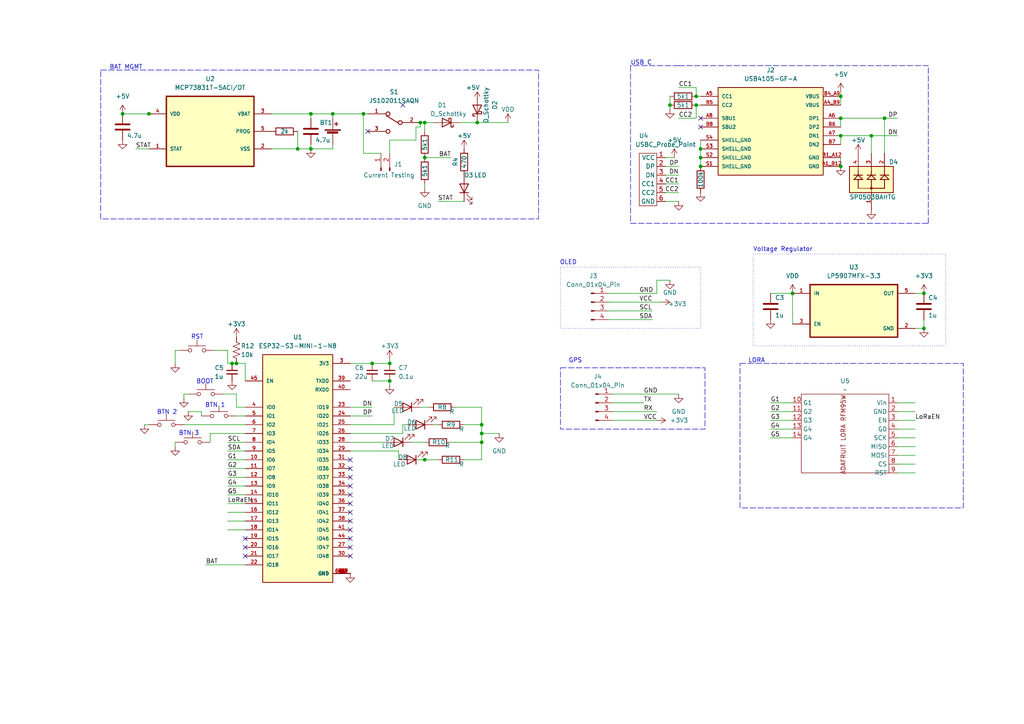
<source format=kicad_sch>
(kicad_sch (version 20231120) (generator "eeschema") (generator_version "8.0")
  (paper "A4")
  (lib_symbols
    (symbol "+3V3_1" (power) (pin_numbers hide) (pin_names (offset 0) hide)
      (property "Value" "+3V3" (at 0 3.556 0))
      (symbol "+3V3_1_1_1"
        (pin power_in line (at 0 0 90) (length 0) (name "~") (number "1"))
      )
    )
    (symbol "3V3Reg:LP5907MFX-3.3" (pin_names (offset 1.016))
      (property "Reference" "U" (at -12.7 8.62 0))
      (property "Value" "LP5907MFX-3.3" (at -7.62 -10.16 0))
      (symbol "LP5907MFX-3.3_0_0"
        (pin input line (at -17.78 5.08 0) (length 5.08) (name "IN") (number "1"))
        (pin power_in line (at 17.78 -5.08 180) (length 5.08) (name "GND") (number "2"))
        (pin input line (at -17.78 -3.81 0) (length 5.08) (name "EN") (number "3"))
        (pin output line (at 17.78 5.08 180) (length 5.08) (name "OUT") (number "5"))
      )
    )
    (symbol "Ada_LORA:Lora"
      (property "Reference" "U" (at 0 0 0))
      (symbol "Lora_1_1"
        (text "ADAFRUIT LORA RFM95W" (at 12.192 -11.684 900) (effects (font (size 1.27 1.27))))
        (pin input line (at 27.94 -2.54 180) (length 2.54) (name "Vin") (number "1"))
        (pin input line (at -2.54 -2.54 0) (length 2.54) (name "G1") (number "10"))
        (pin input line (at -2.54 -5.08 0) (length 2.54) (name "G2") (number "11"))
        (pin input line (at -2.54 -7.62 0) (length 2.54) (name "G3") (number "12"))
        (pin input line (at -2.54 -10.16 0) (length 2.54) (name "G4") (number "13"))
        (pin input line (at -2.54 -12.7 0) (length 2.54) (name "G4") (number "14"))
        (pin input line (at 27.94 -5.08 180) (length 2.54) (name "GND") (number "2"))
        (pin input line (at 27.94 -7.62 180) (length 2.54) (name "EN") (number "3"))
        (pin input line (at 27.94 -10.16 180) (length 2.54) (name "G0") (number "4"))
        (pin input line (at 27.94 -12.7 180) (length 2.54) (name "SCK") (number "5"))
        (pin input line (at 27.94 -15.24 180) (length 2.54) (name "MISO") (number "6"))
        (pin input line (at 27.94 -17.78 180) (length 2.54) (name "MOSI") (number "7"))
        (pin input line (at 27.94 -20.32 180) (length 2.54) (name "CS") (number "8"))
        (pin input line (at 27.94 -22.86 180) (length 2.54) (name "RST") (number "9"))
      )
    )
    (symbol "Connector:Conn_01x02_Male" (pin_names (offset 1.016) hide)
      (property "Reference" "J" (at 0 2.54 0))
      (property "Value" "Conn_01x02_Male" (at 0 -5.08 0))
      (symbol "Conn_01x02_Male_1_1"
        (pin passive line (at 5.08 0 180) (length 3.81) (name "Pin_1") (number "1"))
        (pin passive line (at 5.08 -2.54 180) (length 3.81) (name "Pin_2") (number "2"))
      )
    )
    (symbol "Connector:Conn_01x04_Pin" (pin_names (offset 1.016) hide)
      (property "Reference" "J" (at 0 5.08 0))
      (property "Value" "Conn_01x04_Pin" (at 0 -7.62 0))
      (symbol "Conn_01x04_Pin_1_1"
        (pin passive line (at 5.08 2.54 180) (length 3.81) (name "Pin_1") (number "1"))
        (pin passive line (at 5.08 0 180) (length 3.81) (name "Pin_2") (number "2"))
        (pin passive line (at 5.08 -2.54 180) (length 3.81) (name "Pin_3") (number "3"))
        (pin passive line (at 5.08 -5.08 180) (length 3.81) (name "Pin_4") (number "4"))
      )
    )
    (symbol "Custom Symbols:ESP32-S3-MINI-1-N8" (pin_names (offset 1.016))
      (property "Reference" "U" (at -10.16 34.29 0))
      (property "Value" "ESP32-S3-MINI-1-N8" (at -10.16 -35.56 0))
      (symbol "ESP32-S3-MINI-1-N8_0_0"
        (pin power_in line (at 15.24 -30.48 180) (length 5.08) (name "GND") (number "1"))
        (pin bidirectional line (at -15.24 2.54 0) (length 5.08) (name "IO6") (number "10"))
        (pin bidirectional line (at -15.24 0 0) (length 5.08) (name "IO7") (number "11"))
        (pin bidirectional line (at -15.24 -2.54 0) (length 5.08) (name "IO8") (number "12"))
        (pin bidirectional line (at -15.24 -5.08 0) (length 5.08) (name "IO9") (number "13"))
        (pin bidirectional line (at -15.24 -7.62 0) (length 5.08) (name "IO10") (number "14"))
        (pin bidirectional line (at -15.24 -10.16 0) (length 5.08) (name "IO11") (number "15"))
        (pin bidirectional line (at -15.24 -12.7 0) (length 5.08) (name "IO12") (number "16"))
        (pin bidirectional line (at -15.24 -15.24 0) (length 5.08) (name "IO13") (number "17"))
        (pin bidirectional line (at -15.24 -17.78 0) (length 5.08) (name "IO14") (number "18"))
        (pin bidirectional line (at -15.24 -20.32 0) (length 5.08) (name "IO15") (number "19"))
        (pin power_in line (at 15.24 -30.48 180) (length 5.08) (name "GND") (number "2"))
        (pin bidirectional line (at -15.24 -22.86 0) (length 5.08) (name "IO16") (number "20"))
        (pin bidirectional line (at -15.24 -25.4 0) (length 5.08) (name "IO17") (number "21"))
        (pin bidirectional line (at -15.24 -27.94 0) (length 5.08) (name "IO18") (number "22"))
        (pin bidirectional line (at 15.24 17.78 180) (length 5.08) (name "IO19") (number "23"))
        (pin bidirectional line (at 15.24 15.24 180) (length 5.08) (name "IO20") (number "24"))
        (pin bidirectional line (at 15.24 12.7 180) (length 5.08) (name "IO21") (number "25"))
        (pin bidirectional line (at 15.24 10.16 180) (length 5.08) (name "IO26") (number "26"))
        (pin bidirectional line (at 15.24 -22.86 180) (length 5.08) (name "IO47") (number "27"))
        (pin bidirectional line (at 15.24 7.62 180) (length 5.08) (name "IO33") (number "28"))
        (pin bidirectional line (at 15.24 5.08 180) (length 5.08) (name "IO34") (number "29"))
        (pin power_in line (at 15.24 30.48 180) (length 5.08) (name "3V3") (number "3"))
        (pin bidirectional line (at 15.24 -25.4 180) (length 5.08) (name "IO48") (number "30"))
        (pin bidirectional line (at 15.24 2.54 180) (length 5.08) (name "IO35") (number "31"))
        (pin bidirectional line (at 15.24 0 180) (length 5.08) (name "IO36") (number "32"))
        (pin bidirectional line (at 15.24 -2.54 180) (length 5.08) (name "IO37") (number "33"))
        (pin bidirectional line (at 15.24 -5.08 180) (length 5.08) (name "IO38") (number "34"))
        (pin bidirectional line (at 15.24 -7.62 180) (length 5.08) (name "IO39") (number "35"))
        (pin bidirectional line (at 15.24 -10.16 180) (length 5.08) (name "IO40") (number "36"))
        (pin bidirectional line (at 15.24 -12.7 180) (length 5.08) (name "IO41") (number "37"))
        (pin bidirectional line (at 15.24 -15.24 180) (length 5.08) (name "IO42") (number "38"))
        (pin bidirectional line (at 15.24 25.4 180) (length 5.08) (name "TXD0") (number "39"))
        (pin bidirectional line (at -15.24 17.78 0) (length 5.08) (name "IO0") (number "4"))
        (pin bidirectional line (at 15.24 22.86 180) (length 5.08) (name "RXD0") (number "40"))
        (pin bidirectional line (at 15.24 -17.78 180) (length 5.08) (name "IO45") (number "41"))
        (pin power_in line (at 15.24 -30.48 180) (length 5.08) (name "GND") (number "42"))
        (pin power_in line (at 15.24 -30.48 180) (length 5.08) (name "GND") (number "43"))
        (pin bidirectional line (at 15.24 -20.32 180) (length 5.08) (name "IO46") (number "44"))
        (pin input line (at -15.24 25.4 0) (length 5.08) (name "EN") (number "45"))
        (pin power_in line (at 15.24 -30.48 180) (length 5.08) (name "GND") (number "46"))
        (pin power_in line (at 15.24 -30.48 180) (length 5.08) (name "GND") (number "47"))
        (pin power_in line (at 15.24 -30.48 180) (length 5.08) (name "GND") (number "48"))
        (pin power_in line (at 15.24 -30.48 180) (length 5.08) (name "GND") (number "49"))
        (pin bidirectional line (at -15.24 15.24 0) (length 5.08) (name "IO1") (number "5"))
        (pin power_in line (at 15.24 -30.48 180) (length 5.08) (name "GND") (number "50"))
        (pin power_in line (at 15.24 -30.48 180) (length 5.08) (name "GND") (number "51"))
        (pin power_in line (at 15.24 -30.48 180) (length 5.08) (name "GND") (number "52"))
        (pin power_in line (at 15.24 -30.48 180) (length 5.08) (name "GND") (number "53"))
        (pin power_in line (at 15.24 -30.48 180) (length 5.08) (name "GND") (number "54"))
        (pin power_in line (at 15.24 -30.48 180) (length 5.08) (name "GND") (number "55"))
        (pin power_in line (at 15.24 -30.48 180) (length 5.08) (name "GND") (number "56"))
        (pin power_in line (at 15.24 -30.48 180) (length 5.08) (name "GND") (number "57"))
        (pin power_in line (at 15.24 -30.48 180) (length 5.08) (name "GND") (number "58"))
        (pin power_in line (at 15.24 -30.48 180) (length 5.08) (name "GND") (number "59"))
        (pin bidirectional line (at -15.24 12.7 0) (length 5.08) (name "IO2") (number "6"))
        (pin power_in line (at 15.24 -30.48 180) (length 5.08) (name "GND") (number "60"))
        (pin power_in line (at 15.24 -30.48 180) (length 5.08) (name "GND") (number "61"))
        (pin power_in line (at 15.24 -30.48 180) (length 5.08) (name "GND") (number "61_1"))
        (pin power_in line (at 15.24 -30.48 180) (length 5.08) (name "GND") (number "61_2"))
        (pin power_in line (at 15.24 -30.48 180) (length 5.08) (name "GND") (number "61_3"))
        (pin power_in line (at 15.24 -30.48 180) (length 5.08) (name "GND") (number "61_4"))
        (pin power_in line (at 15.24 -30.48 180) (length 5.08) (name "GND") (number "61_5"))
        (pin power_in line (at 15.24 -30.48 180) (length 5.08) (name "GND") (number "61_6"))
        (pin power_in line (at 15.24 -30.48 180) (length 5.08) (name "GND") (number "61_7"))
        (pin power_in line (at 15.24 -30.48 180) (length 5.08) (name "GND") (number "61_8"))
        (pin power_in line (at 15.24 -30.48 180) (length 5.08) (name "GND") (number "62"))
        (pin power_in line (at 15.24 -30.48 180) (length 5.08) (name "GND") (number "63"))
        (pin power_in line (at 15.24 -30.48 180) (length 5.08) (name "GND") (number "64"))
        (pin power_in line (at 15.24 -30.48 180) (length 5.08) (name "GND") (number "65"))
        (pin bidirectional line (at -15.24 10.16 0) (length 5.08) (name "IO3") (number "7"))
        (pin bidirectional line (at -15.24 7.62 0) (length 5.08) (name "IO4") (number "8"))
        (pin bidirectional line (at -15.24 5.08 0) (length 5.08) (name "IO5") (number "9"))
      )
    )
    (symbol "Device:Battery_Cell" (pin_numbers hide) (pin_names (offset 0) hide)
      (property "Reference" "BT" (at 2.54 2.54 0))
      (property "Value" "Battery_Cell" (at 2.54 0 0))
      (symbol "Battery_Cell_1_1"
        (pin passive line (at 0 5.08 270) (length 2.54) (name "+") (number "1"))
        (pin passive line (at 0 -2.54 90) (length 2.54) (name "-") (number "2"))
      )
    )
    (symbol "Device:C" (pin_numbers hide) (pin_names (offset 0.254))
      (property "Reference" "C" (at 0.635 2.54 0))
      (property "Value" "C" (at 0.635 -2.54 0))
      (symbol "C_1_1"
        (pin passive line (at 0 3.81 270) (length 2.794) (name "~") (number "1"))
        (pin passive line (at 0 -3.81 90) (length 2.794) (name "~") (number "2"))
      )
    )
    (symbol "Device:C_Small" (pin_numbers hide) (pin_names (offset 0.254) hide)
      (property "Reference" "C" (at 0.254 1.778 0))
      (property "Value" "C_Small" (at 0.254 -2.032 0))
      (symbol "C_Small_1_1"
        (pin passive line (at 0 2.54 270) (length 2.032) (name "~") (number "1"))
        (pin passive line (at 0 -2.54 90) (length 2.032) (name "~") (number "2"))
      )
    )
    (symbol "Device:D_Schottky" (pin_numbers hide) (pin_names (offset 1.016) hide)
      (property "Reference" "D" (at 0 2.54 0))
      (property "Value" "D_Schottky" (at 0 -2.54 0))
      (symbol "D_Schottky_1_1"
        (pin passive line (at -3.81 0 0) (length 2.54) (name "K") (number "1"))
        (pin passive line (at 3.81 0 180) (length 2.54) (name "A") (number "2"))
      )
    )
    (symbol "Device:LED" (pin_numbers hide) (pin_names (offset 1.016) hide)
      (property "Reference" "D5" (at 3.81 0 90))
      (property "Value" "LED" (at 3.81 -2.8574 90))
      (symbol "LED_1_1"
        (pin passive line (at -3.81 0 0) (length 2.54) (name "K") (number "1"))
        (pin passive line (at 3.81 0 180) (length 2.54) (name "A") (number "2"))
      )
    )
    (symbol "Device:R" (pin_numbers hide) (pin_names (offset 0))
      (property "Reference" "R" (at 2.032 0 90))
      (property "Value" "R" (at 0 0 90))
      (symbol "R_1_1"
        (pin passive line (at 0 3.81 270) (length 1.27) (name "~") (number "1"))
        (pin passive line (at 0 -3.81 90) (length 1.27) (name "~") (number "2"))
      )
    )
    (symbol "Device:R_US" (pin_numbers hide) (pin_names (offset 0))
      (property "Reference" "R" (at 2.54 0 90))
      (property "Value" "R" (at -2.54 0 90))
      (symbol "R_US_1_1"
        (pin passive line (at 0 3.81 270) (length 1.27) (name "~") (number "1"))
        (pin passive line (at 0 -3.81 90) (length 1.27) (name "~") (number "2"))
      )
    )
    (symbol "ESD Prot:SP0503BAHTG" (pin_names (offset 1.016))
      (property "Reference" "D" (at -5.4057 5.6059 0))
      (property "Value" "SP0503BAHTG" (at -3.81 -11.43 0))
      (symbol "SP0503BAHTG_0_0"
        (pin passive line (at -6.35 -2.54 0) (length 5.08) (name "~") (number "1"))
        (pin passive line (at 10.16 -6.35 180) (length 5.08) (name "~") (number "2"))
        (pin passive line (at 10.16 -2.54 180) (length 5.08) (name "~") (number "3"))
        (pin passive line (at 10.16 1.27 180) (length 5.08) (name "~") (number "4"))
      )
    )
    (symbol "GND_1" (power) (pin_numbers hide) (pin_names (offset 0) hide)
      (property "Value" "GND" (at 0 -3.81 0))
      (symbol "GND_1_1_1"
        (pin power_in line (at 0 0 270) (length 0) (name "~") (number "1"))
      )
    )
    (symbol "GND_2" (power) (pin_numbers hide) (pin_names (offset 0) hide)
      (property "Value" "GND" (at 0 -3.81 0))
      (symbol "GND_2_1_1"
        (pin power_in line (at 0 0 270) (length 0) (name "~") (number "1"))
      )
    )
    (symbol "GND_3" (power) (pin_numbers hide) (pin_names (offset 0) hide)
      (property "Value" "GND" (at 0 -3.81 0))
      (symbol "GND_3_1_1"
        (pin power_in line (at 0 0 270) (length 0) (name "~") (number "1"))
      )
    )
    (symbol "LED_1" (pin_numbers hide) (pin_names (offset 1.016) hide)
      (property "Reference" "D" (at 0 2.54 0))
      (property "Value" "LED" (at 0 -2.54 0))
      (symbol "LED_1_1_1"
        (pin passive line (at -3.81 0 0) (length 2.54) (name "K") (number "1"))
        (pin passive line (at 3.81 0 180) (length 2.54) (name "A") (number "2"))
      )
    )
    (symbol "New_Library:USBC_Probe_Point"
      (property "Reference" "U" (at 0 0 0))
      (property "Value" "USBC_Probe_Point" (at 0 2.54 0))
      (symbol "USBC_Probe_Point_1_1"
        (pin input line (at 7.62 -1.27 180) (length 2.54) (name "VCC") (number "1"))
        (pin input line (at 7.62 -3.81 180) (length 2.54) (name "DP") (number "2"))
        (pin input line (at 7.62 -6.35 180) (length 2.54) (name "DN") (number "3"))
        (pin input line (at 7.62 -8.89 180) (length 2.54) (name "CC1") (number "4"))
        (pin input line (at 7.62 -11.43 180) (length 2.54) (name "CC2") (number "5"))
        (pin input line (at 7.62 -13.97 180) (length 2.54) (name "GND") (number "6"))
      )
    )
    (symbol "Switch:SW_Push" (pin_numbers hide) (pin_names (offset 1.016) hide)
      (property "Reference" "SW" (at 1.27 2.54 0))
      (property "Value" "SW_Push" (at 0 -1.524 0))
      (symbol "SW_Push_0_1"
        (pin passive line (at -5.08 0 0) (length 2.54) (name "1") (number "1"))
        (pin passive line (at 5.08 0 180) (length 2.54) (name "2") (number "2"))
      )
    )
    (symbol "USB C:USB4105-GF-A" (pin_names (offset 1.016))
      (property "Reference" "J" (at -15.24 13.97 0))
      (property "Value" "USB4105-GF-A" (at -15.24 -15.24 0))
      (symbol "USB4105-GF-A_0_0"
        (pin power_in line (at 20.32 -10.16 180) (length 5.08) (name "GND") (number "A1_B12"))
        (pin power_in line (at 20.32 7.62 180) (length 5.08) (name "VBUS") (number "A4_B9"))
        (pin bidirectional line (at -20.32 10.16 0) (length 5.08) (name "CC1") (number "A5"))
        (pin bidirectional line (at 20.32 3.81 180) (length 5.08) (name "DP1") (number "A6"))
        (pin bidirectional line (at 20.32 -1.27 180) (length 5.08) (name "DN1") (number "A7"))
        (pin bidirectional line (at -20.32 3.81 0) (length 5.08) (name "SBU1") (number "A8"))
        (pin power_in line (at 20.32 -7.62 180) (length 5.08) (name "GND") (number "B1_A12"))
        (pin power_in line (at 20.32 10.16 180) (length 5.08) (name "VBUS") (number "B4_A9"))
        (pin bidirectional line (at -20.32 7.62 0) (length 5.08) (name "CC2") (number "B5"))
        (pin bidirectional line (at 20.32 1.27 180) (length 5.08) (name "DP2") (number "B6"))
        (pin bidirectional line (at 20.32 -3.81 180) (length 5.08) (name "DN2") (number "B7"))
        (pin bidirectional line (at -20.32 1.27 0) (length 5.08) (name "SBU2") (number "B8"))
        (pin power_in line (at -20.32 -10.16 0) (length 5.08) (name "SHELL_GND") (number "S1"))
        (pin power_in line (at -20.32 -7.62 0) (length 5.08) (name "SHELL_GND") (number "S2"))
        (pin power_in line (at -20.32 -5.08 0) (length 5.08) (name "SHELL_GND") (number "S3"))
        (pin power_in line (at -20.32 -2.54 0) (length 5.08) (name "SHELL_GND") (number "S4"))
      )
    )
    (symbol "mcp738:MCP73831T-5ACI/OT" (pin_names (offset 1.016))
      (property "Reference" "U" (at -4.1224 10.077 0))
      (property "Value" "MCP73831T-5ACI{slash}OT" (at -8.89 -15.24 0))
      (symbol "MCP73831T-5ACI/OT_0_0"
        (pin output line (at -17.78 -7.62 0) (length 5.08) (name "STAT") (number "1"))
        (pin power_in line (at 17.78 -7.62 180) (length 5.08) (name "VSS") (number "2"))
        (pin output line (at 17.78 2.54 180) (length 5.08) (name "VBAT") (number "3"))
        (pin power_in line (at -17.78 2.54 0) (length 5.08) (name "VDD") (number "4"))
        (pin input line (at 17.78 -2.54 180) (length 5.08) (name "PROG") (number "5"))
      )
    )
    (symbol "power:+3V3" (power) (pin_names (offset 0))
      (property "Value" "+3V3" (at 0 3.556 0))
      (symbol "+3V3_1_1"
        (pin power_in line (at 0 0 90) (length 0) hide (name "+3V3") (number "1"))
      )
    )
    (symbol "power:+5V" (power) (pin_names (offset 0))
      (property "Value" "+5V" (at 0 3.556 0))
      (symbol "+5V_1_1"
        (pin power_in line (at 0 0 90) (length 0) hide (name "+5V") (number "1"))
      )
    )
    (symbol "power:GND" (power) (pin_names (offset 0))
      (property "Value" "GND" (at 0 -3.81 0))
      (symbol "GND_1_1"
        (pin power_in line (at 0 0 270) (length 0) hide (name "GND") (number "1"))
      )
    )
    (symbol "power:VDD" (power) (pin_names (offset 0))
      (property "Value" "VDD" (at 0 3.81 0))
      (symbol "VDD_1_1"
        (pin power_in line (at 0 0 90) (length 0) hide (name "VDD") (number "1"))
      )
    )
    (symbol "slide switch v3:JS102011SAQN" (pin_names (offset 1.016))
      (property "Reference" "S" (at -7.6229 5.0819 0))
      (property "Value" "JS102011SAQN" (at -7.6286 -5.0857 0))
      (symbol "JS102011SAQN_0_0"
        (pin passive line (at -7.62 2.54 0) (length 5.08) (name "~") (number "1"))
        (pin passive line (at 7.62 0 180) (length 5.08) (name "~") (number "2"))
        (pin passive line (at -7.62 -2.54 0) (length 5.08) (name "~") (number "3"))
      )
    )
  )
  (junction (at 243.84 27.94))
  (junction (at 139.7 125.73))
  (junction (at 96.52 33.02))
  (junction (at 201.93 30.48))
  (junction (at 113.03 105.41))
  (junction (at 256.54 34.29))
  (junction (at 90.17 33.02))
  (junction (at 267.97 85.09))
  (junction (at 113.03 110.49))
  (junction (at 35.56 33.02))
  (junction (at 267.97 95.25))
  (junction (at 86.36 43.18))
  (junction (at 243.84 34.29))
  (junction (at 138.43 35.56))
  (junction (at 243.84 48.26))
  (junction (at 107.95 105.41))
  (junction (at 123.19 45.72))
  (junction (at 68.58 105.41))
  (junction (at 203.2 48.26))
  (junction (at 243.84 39.37))
  (junction (at 139.7 123.19))
  (junction (at 139.7 128.27))
  (junction (at 229.87 85.09))
  (junction (at 105.41 33.02))
  (junction (at 201.93 27.94))
  (junction (at 90.17 43.18))
  (junction (at 203.2 43.18))
  (junction (at 121.92 35.56))
  (junction (at 123.19 35.56))
  (junction (at 43.18 33.02))
  (junction (at 252.73 39.37))
  (junction (at 67.31 105.41))
  (junction (at 123.19 133.35))
  (junction (at 194.31 30.48))
  (junction (at 203.2 45.72))
  (no_connect (at 101.6 148.59))
  (no_connect (at 101.6 161.29))
  (no_connect (at 101.6 146.05))
  (no_connect (at 71.12 161.29))
  (no_connect (at 203.2 36.83))
  (no_connect (at 101.6 158.75))
  (no_connect (at 101.6 133.35))
  (no_connect (at 101.6 140.97))
  (no_connect (at 101.6 135.89))
  (no_connect (at 71.12 158.75))
  (no_connect (at 101.6 156.21))
  (no_connect (at 101.6 153.67))
  (no_connect (at 116.84 30.48))
  (no_connect (at 101.6 138.43))
  (no_connect (at 101.6 151.13))
  (no_connect (at 71.12 156.21))
  (no_connect (at 106.68 38.1))
  (no_connect (at 101.6 143.51))
  (no_connect (at 203.2 34.29))
  (wire (pts (xy 66.04 101.6) (xy 66.04 105.41)))
  (wire (pts (xy 123.19 38.1) (xy 123.19 35.56)))
  (wire (pts (xy 105.41 33.02) (xy 105.41 44.45)))
  (wire (pts (xy 176.53 92.71) (xy 189.23 92.71)))
  (wire (pts (xy 252.73 39.37) (xy 252.73 44.45)))
  (wire (pts (xy 193.04 55.88) (xy 196.85 55.88)))
  (wire (pts (xy 114.3 118.11) (xy 114.3 123.19)))
  (wire (pts (xy 265.43 85.09) (xy 267.97 85.09)))
  (wire (pts (xy 113.03 104.14) (xy 113.03 105.41)))
  (wire (pts (xy 132.08 118.11) (xy 139.7 118.11)))
  (wire (pts (xy 176.53 90.17) (xy 189.23 90.17)))
  (polyline (pts (xy 196.85 19.05) (xy 182.88 19.05)) (stroke (width 0) (type dash)))
  (wire (pts (xy 203.2 40.64) (xy 203.2 43.18)))
  (wire (pts (xy 78.74 43.18) (xy 86.36 43.18)))
  (wire (pts (xy 193.04 45.72) (xy 195.58 45.72)))
  (wire (pts (xy 50.8 128.27) (xy 50.8 129.54)))
  (wire (pts (xy 107.95 105.41) (xy 113.03 105.41)))
  (wire (pts (xy 90.17 43.18) (xy 90.17 41.91)))
  (wire (pts (xy 256.54 34.29) (xy 260.35 34.29)))
  (wire (pts (xy 223.52 116.84) (xy 229.87 116.84)))
  (wire (pts (xy 190.5 81.28) (xy 194.31 81.28)))
  (wire (pts (xy 116.84 123.19) (xy 118.11 123.19)))
  (wire (pts (xy 133.35 35.56) (xy 138.43 35.56)))
  (wire (pts (xy 113.03 111.76) (xy 113.03 110.49)))
  (wire (pts (xy 130.81 128.27) (xy 139.7 128.27)))
  (wire (pts (xy 243.84 39.37) (xy 252.73 39.37)))
  (wire (pts (xy 96.52 33.02) (xy 105.41 33.02)))
  (wire (pts (xy 86.36 43.18) (xy 90.17 43.18)))
  (wire (pts (xy 120.65 40.64) (xy 120.65 36.83)))
  (wire (pts (xy 260.35 116.84) (xy 265.43 116.84)))
  (wire (pts (xy 196.85 25.4) (xy 201.93 25.4)))
  (wire (pts (xy 110.49 44.45) (xy 105.41 44.45)))
  (wire (pts (xy 267.97 95.25) (xy 267.97 92.71)))
  (wire (pts (xy 260.35 134.62) (xy 265.43 134.62)))
  (wire (pts (xy 66.04 138.43) (xy 71.12 138.43)))
  (wire (pts (xy 35.56 33.02) (xy 43.18 33.02)))
  (wire (pts (xy 243.84 27.94) (xy 243.84 30.48)))
  (polyline (pts (xy 269.24 64.77) (xy 269.24 19.05)) (stroke (width 0) (type dash)))
  (wire (pts (xy 176.53 87.63) (xy 191.77 87.63)))
  (wire (pts (xy 39.37 43.18) (xy 43.18 43.18)))
  (wire (pts (xy 50.8 101.6) (xy 50.8 105.41)))
  (wire (pts (xy 50.8 101.6) (xy 52.07 101.6)))
  (wire (pts (xy 125.73 123.19) (xy 127 123.19)))
  (wire (pts (xy 66.04 153.67) (xy 71.12 153.67)))
  (wire (pts (xy 223.52 121.92) (xy 229.87 121.92)))
  (wire (pts (xy 193.04 53.34) (xy 196.85 53.34)))
  (wire (pts (xy 66.04 128.27) (xy 71.12 128.27)))
  (wire (pts (xy 256.54 34.29) (xy 256.54 44.45)))
  (wire (pts (xy 201.93 27.94) (xy 203.2 27.94)))
  (wire (pts (xy 68.58 105.41) (xy 71.12 105.41)))
  (wire (pts (xy 96.52 33.02) (xy 96.52 34.29)))
  (wire (pts (xy 260.35 119.38) (xy 265.43 119.38)))
  (wire (pts (xy 201.93 30.48) (xy 203.2 30.48)))
  (wire (pts (xy 252.73 39.37) (xy 260.35 39.37)))
  (wire (pts (xy 260.35 137.16) (xy 265.43 137.16)))
  (wire (pts (xy 60.96 125.73) (xy 71.12 125.73)))
  (wire (pts (xy 260.35 124.46) (xy 265.43 124.46)))
  (wire (pts (xy 115.57 133.35) (xy 115.57 130.81)))
  (wire (pts (xy 53.34 123.19) (xy 71.12 123.19)))
  (wire (pts (xy 101.6 105.41) (xy 107.95 105.41)))
  (wire (pts (xy 177.8 119.38) (xy 190.5 119.38)))
  (wire (pts (xy 243.84 39.37) (xy 243.84 41.91)))
  (wire (pts (xy 139.7 125.73) (xy 144.78 125.73)))
  (wire (pts (xy 201.93 25.4) (xy 201.93 27.94)))
  (wire (pts (xy 139.7 125.73) (xy 139.7 128.27)))
  (wire (pts (xy 101.6 128.27) (xy 111.76 128.27)))
  (wire (pts (xy 177.8 114.3) (xy 196.85 114.3)))
  (wire (pts (xy 116.84 125.73) (xy 101.6 125.73)))
  (wire (pts (xy 58.42 120.65) (xy 58.42 119.38)))
  (wire (pts (xy 223.52 85.09) (xy 229.87 85.09)))
  (wire (pts (xy 68.58 114.3) (xy 68.58 118.11)))
  (wire (pts (xy 113.03 44.45) (xy 113.03 40.64)))
  (wire (pts (xy 194.31 27.94) (xy 194.31 30.48)))
  (wire (pts (xy 138.43 35.56) (xy 147.32 35.56)))
  (wire (pts (xy 190.5 81.28) (xy 190.5 85.09)))
  (wire (pts (xy 62.23 101.6) (xy 66.04 101.6)))
  (wire (pts (xy 121.92 118.11) (xy 124.46 118.11)))
  (wire (pts (xy 139.7 128.27) (xy 139.7 133.35)))
  (wire (pts (xy 125.73 35.56) (xy 123.19 35.56)))
  (wire (pts (xy 177.8 121.92) (xy 190.5 121.92)))
  (wire (pts (xy 101.6 118.11) (xy 107.95 118.11)))
  (wire (pts (xy 193.04 58.42) (xy 196.85 58.42)))
  (wire (pts (xy 101.6 120.65) (xy 107.95 120.65)))
  (wire (pts (xy 53.34 115.57) (xy 53.34 114.3)))
  (wire (pts (xy 119.38 128.27) (xy 123.19 128.27)))
  (wire (pts (xy 260.35 127) (xy 265.43 127)))
  (wire (pts (xy 134.62 133.35) (xy 139.7 133.35)))
  (wire (pts (xy 265.43 95.25) (xy 267.97 95.25)))
  (wire (pts (xy 66.04 143.51) (xy 71.12 143.51)))
  (wire (pts (xy 58.42 119.38) (xy 54.61 119.38)))
  (wire (pts (xy 177.8 116.84) (xy 186.69 116.84)))
  (polyline (pts (xy 182.88 64.77) (xy 269.24 64.77)) (stroke (width 0) (type dash)))
  (wire (pts (xy 203.2 43.18) (xy 203.2 45.72)))
  (wire (pts (xy 64.77 114.3) (xy 68.58 114.3)))
  (wire (pts (xy 123.19 45.72) (xy 130.81 45.72)))
  (wire (pts (xy 260.35 132.08) (xy 265.43 132.08)))
  (wire (pts (xy 67.31 105.41) (xy 68.58 105.41)))
  (wire (pts (xy 139.7 118.11) (xy 139.7 123.19)))
  (wire (pts (xy 86.36 38.1) (xy 86.36 43.18)))
  (wire (pts (xy 123.19 53.34) (xy 123.19 54.61)))
  (wire (pts (xy 116.84 123.19) (xy 116.84 125.73)))
  (wire (pts (xy 120.65 36.83) (xy 121.92 36.83)))
  (wire (pts (xy 105.41 33.02) (xy 106.68 33.02)))
  (wire (pts (xy 138.43 29.21) (xy 138.43 27.94)))
  (wire (pts (xy 201.93 34.29) (xy 201.93 30.48)))
  (wire (pts (xy 68.58 118.11) (xy 71.12 118.11)))
  (wire (pts (xy 243.84 45.72) (xy 243.84 48.26)))
  (wire (pts (xy 190.5 85.09) (xy 176.53 85.09)))
  (wire (pts (xy 101.6 123.19) (xy 114.3 123.19)))
  (wire (pts (xy 223.52 119.38) (xy 229.87 119.38)))
  (wire (pts (xy 43.18 33.02) (xy 44.45 33.02)))
  (polyline (pts (xy 182.88 19.05) (xy 182.88 64.77)) (stroke (width 0) (type dash)))
  (wire (pts (xy 134.62 123.19) (xy 139.7 123.19)))
  (wire (pts (xy 66.04 151.13) (xy 71.12 151.13)))
  (wire (pts (xy 260.35 121.92) (xy 265.43 121.92)))
  (wire (pts (xy 101.6 130.81) (xy 115.57 130.81)))
  (wire (pts (xy 260.35 129.54) (xy 265.43 129.54)))
  (wire (pts (xy 90.17 43.18) (xy 96.52 43.18)))
  (wire (pts (xy 243.84 26.67) (xy 243.84 27.94)))
  (wire (pts (xy 139.7 123.19) (xy 139.7 125.73)))
  (wire (pts (xy 43.18 123.19) (xy 41.91 123.19)))
  (wire (pts (xy 78.74 33.02) (xy 90.17 33.02)))
  (wire (pts (xy 243.84 34.29) (xy 243.84 36.83)))
  (wire (pts (xy 71.12 105.41) (xy 71.12 110.49)))
  (wire (pts (xy 66.04 105.41) (xy 67.31 105.41)))
  (wire (pts (xy 59.69 163.83) (xy 71.12 163.83)))
  (wire (pts (xy 96.52 43.18) (xy 96.52 41.91)))
  (wire (pts (xy 196.85 34.29) (xy 201.93 34.29)))
  (wire (pts (xy 90.17 33.02) (xy 90.17 34.29)))
  (wire (pts (xy 53.34 114.3) (xy 54.61 114.3)))
  (wire (pts (xy 66.04 133.35) (xy 71.12 133.35)))
  (polyline (pts (xy 196.85 19.05) (xy 269.24 19.05)) (stroke (width 0) (type dash)))
  (wire (pts (xy 66.04 130.81) (xy 71.12 130.81)))
  (wire (pts (xy 123.19 35.56) (xy 121.92 35.56)))
  (wire (pts (xy 193.04 50.8) (xy 196.85 50.8)))
  (wire (pts (xy 229.87 85.09) (xy 229.87 93.98)))
  (wire (pts (xy 123.19 133.35) (xy 127 133.35)))
  (wire (pts (xy 66.04 140.97) (xy 71.12 140.97)))
  (wire (pts (xy 66.04 148.59) (xy 71.12 148.59)))
  (wire (pts (xy 223.52 127) (xy 229.87 127)))
  (wire (pts (xy 107.95 110.49) (xy 113.03 110.49)))
  (wire (pts (xy 66.04 135.89) (xy 71.12 135.89)))
  (wire (pts (xy 134.62 58.42) (xy 127 58.42)))
  (wire (pts (xy 66.04 146.05) (xy 71.12 146.05)))
  (wire (pts (xy 121.92 36.83) (xy 121.92 35.56)))
  (wire (pts (xy 90.17 33.02) (xy 96.52 33.02)))
  (wire (pts (xy 120.65 133.35) (xy 123.19 133.35)))
  (wire (pts (xy 193.04 48.26) (xy 196.85 48.26)))
  (wire (pts (xy 194.31 31.75) (xy 194.31 30.48)))
  (wire (pts (xy 203.2 45.72) (xy 203.2 48.26)))
  (wire (pts (xy 223.52 124.46) (xy 229.87 124.46)))
  (wire (pts (xy 68.58 120.65) (xy 71.12 120.65)))
  (wire (pts (xy 243.84 34.29) (xy 256.54 34.29)))
  (wire (pts (xy 60.96 125.73) (xy 60.96 128.27)))
  (wire (pts (xy 113.03 40.64) (xy 120.65 40.64)))
  (rectangle (start 214.63 105.41) (end 279.4 147.32) (stroke (width 0) (type dash)))
  (rectangle (start 162.56 77.47) (end 203.2 95.25) (stroke (width 0) (type dot)))
  (rectangle (start 218.44 73.66) (end 274.32 100.33) (stroke (width 0) (type dot)))
  (rectangle (start 162.56 106.68) (end 204.47 124.46) (stroke (width 0) (type dash)))
  (rectangle (start 29.21 20.32) (end 156.21 63.5) (stroke (width 0) (type dash)))
  (text "GPS\n" (at 166.878 104.648 0) (effects (font (size 1.27 1.27))))
  (text "OLED" (at 164.846 76.2 0) (effects (font (size 1.27 1.27))))
  (text "RST" (at 55.372 98.552 0) (effects (font (size 1.27 1.27)) (justify left bottom)))
  (text "USB C" (at 182.88 19.05 0) (effects (font (size 1.27 1.27)) (justify left bottom)))
  (text "BTN 2" (at 45.466 120.396 0) (effects (font (size 1.27 1.27)) (justify left bottom)))
  (text "BOOT" (at 56.896 111.506 0) (effects (font (size 1.27 1.27)) (justify left bottom)))
  (text "BAT MGMT" (at 31.75 20.32 0) (effects (font (size 1.27 1.27)) (justify left bottom)))
  (text "Voltage Regulator" (at 227.076 72.39 0) (effects (font (size 1.27 1.27))))
  (text "LORA\n" (at 219.456 104.648 0) (effects (font (size 1.27 1.27))))
  (text "BTN 3\n" (at 51.816 126.492 0) (effects (font (size 1.27 1.27)) (justify left bottom)))
  (text "BTN 1" (at 59.436 118.364 0) (effects (font (size 1.27 1.27)) (justify left bottom)))
  (label "VCC" (at 186.69 121.92 0))
  (label "DN" (at 196.85 50.8 180))
  (label "CC2" (at 196.85 55.88 180))
  (label "SCL" (at 66.04 128.27 0))
  (label "CC2" (at 196.85 34.29 0))
  (label "G5" (at 66.04 143.51 0))
  (label "STAT" (at 127 58.42 0))
  (label "SCL" (at 185.42 90.17 0))
  (label "G2" (at 66.04 135.89 0))
  (label "G1" (at 66.04 133.35 0))
  (label "LoRaEN" (at 66.04 146.05 0))
  (label "BAT" (at 130.81 45.72 180))
  (label "BAT" (at 59.69 163.83 0))
  (label "CC1" (at 196.85 25.4 0))
  (label "GND" (at 186.69 114.3 0))
  (label "G5" (at 223.52 127 0))
  (label "TX" (at 186.69 116.84 0))
  (label "DN" (at 260.35 39.37 180))
  (label "DP" (at 107.95 120.65 180))
  (label "G3" (at 66.04 138.43 0))
  (label "G2" (at 223.52 119.38 0))
  (label "G3" (at 223.52 121.92 0))
  (label "LoRaEN" (at 265.43 121.92 0))
  (label "G4" (at 66.04 140.97 0))
  (label "SDA" (at 185.42 92.71 0))
  (label "DP" (at 196.85 48.26 180))
  (label "RX" (at 186.69 119.38 0))
  (label "G4" (at 223.52 124.46 0))
  (label "G" (at 66.04 143.51 0))
  (label "CC1" (at 196.85 53.34 180))
  (label "G1" (at 223.52 116.84 0))
  (label "DN" (at 107.95 118.11 180))
  (label "DP" (at 260.35 34.29 180))
  (label "VCC" (at 185.42 87.63 0))
  (label "STAT" (at 39.37 43.18 0))
  (label "SDA" (at 66.04 130.81 0))
  (label "GND" (at 185.42 85.09 0))
  (symbol (lib_id "power:VDD") (at 147.32 35.56 0) (unit 1)
    (property "Reference" "#PWR011" (effects (hide yes)))
    (property "Value" "VDD" (at 147.32 31.75 0))
  )
  (symbol (lib_id "Device:R") (at 198.12 27.94 90) (unit 1)
    (property "Reference" "R5" (effects (hide yes)))
    (property "Value" "5k1" (at 198.12 27.94 90))
    (property "Footprint" "Resistor_SMD:R_0402_1005Metric" (effects (hide yes)))
    (property "MANUFACTURER" "ERJ-2RKF5101X" (effects (hide yes)))
  )
  (symbol (lib_name "GND_3") (lib_id "power:GND") (at 144.78 125.73 0) (unit 1)
    (property "Reference" "#PWR034" (effects (hide yes)))
    (property "Value" "GND" (at 144.78 130.81 0))
    (property "Description" "Power symbol creates a global label with name \"GND\" , ground" (effects (hide yes)))
  )
  (symbol (lib_id "Device:R") (at 82.55 38.1 270) (unit 1)
    (property "Reference" "R1" (effects (hide yes)))
    (property "Value" "2k" (at 82.55 38.1 90))
    (property "Footprint" "Resistor_SMD:R_0402_1005Metric" (effects (hide yes)))
    (property "MANUFACTURER" "ERJ-H2RD2001X" (effects (hide yes)))
  )
  (symbol (lib_id "power:GND") (at 50.8 129.54 0) (unit 1)
    (property "Reference" "#PWR029" (effects (hide yes)))
    (property "Value" "GND" (effects (hide yes)))
  )
  (symbol (lib_id "power:+5V") (at 35.56 33.02 0) (unit 1)
    (property "Reference" "#PWR01" (effects (hide yes)))
    (property "Value" "+5V" (at 35.56 27.94 0))
  )
  (symbol (lib_id "power:GND") (at 41.91 123.19 0) (unit 1)
    (property "Reference" "#PWR023" (effects (hide yes)))
    (property "Value" "GND" (effects (hide yes)))
  )
  (symbol (lib_id "power:+5V") (at 195.58 45.72 0) (unit 1)
    (property "Reference" "#PWR013" (effects (hide yes)))
    (property "Value" "+5V" (at 195.58 40.64 0))
  )
  (symbol (lib_id "Device:R") (at 123.19 41.91 180) (unit 1)
    (property "Reference" "R2" (effects (hide yes)))
    (property "Value" "5k1" (at 123.19 41.91 90))
    (property "Footprint" "Resistor_SMD:R_0402_1005Metric" (effects (hide yes)))
    (property "MANUFACTURER" "ERJ-2RKF5101X" (effects (hide yes)))
  )
  (symbol (lib_id "power:GND") (at 35.56 40.64 0) (unit 1)
    (property "Reference" "#PWR02" (effects (hide yes)))
    (property "Value" "GND" (effects (hide yes)))
  )
  (symbol (lib_id "Switch:SW_Push") (at 57.15 101.6 0) (unit 1)
    (property "Reference" "SW1" (effects (hide yes)))
    (property "Value" "Boot" (effects (hide yes)))
    (property "Footprint" "Button_Switch_SMD:SW_Push_1P1T_NO_Vertical_Wuerth_434133025816" (effects (hide yes)))
    (property "MANUFACTURER" "434133025816" (effects (hide yes)))
  )
  (symbol (lib_id "power:GND") (at 101.6 166.37 0) (unit 1)
    (property "Reference" "#PWR026" (effects (hide yes)))
    (property "Value" "GND" (effects (hide yes)))
  )
  (symbol (lib_id "Device:C_Small") (at 67.31 107.95 0) (unit 1)
    (property "Reference" "C5" (at 62.23 106.68 0) (effects (justify left)))
    (property "Value" "1u" (at 62.23 109.22 0) (effects (justify left)))
    (property "Footprint" "Capacitor_SMD:C_0402_1005Metric" (effects (hide yes)))
  )
  (symbol (lib_id "Device:R") (at 134.62 46.99 0) (unit 1)
    (property "Reference" "R4" (at 132.08 46.99 90))
    (property "Value" "470" (at 134.62 46.99 90))
    (property "Footprint" "Resistor_SMD:R_0402_1005Metric" (effects (hide yes)))
    (property "MANUFACTURER" " ERJ-H2RD4700X" (effects (hide yes)))
  )
  (symbol (lib_id "power:GND") (at 267.97 95.25 0) (unit 1)
    (property "Reference" "#PWR08" (effects (hide yes)))
    (property "Value" "GND" (effects (hide yes)))
  )
  (symbol (lib_id "Device:C") (at 223.52 88.9 0) (unit 1)
    (property "Reference" "C3" (at 224.79 86.36 0) (effects (justify left)))
    (property "Value" "1u" (at 224.79 91.44 0) (effects (justify left)))
    (property "Footprint" "Capacitor_SMD:C_0402_1005Metric" (effects (hide yes)))
    (property "MANUFACTURER" " GCM155C71A105KE38D" (effects (hide yes)))
  )
  (symbol (lib_name "LED_1") (lib_id "Device:LED") (at 115.57 128.27 180) (unit 1)
    (property "Reference" "D7" (at 113.03 127.254 0))
    (property "Value" "LED" (at 112.522 129.286 0))
    (property "Description" "Light emitting diode" (effects (hide yes)))
  )
  (symbol (lib_id "Switch:SW_Push") (at 48.26 123.19 0) (unit 1)
    (property "Reference" "SW5" (effects (hide yes)))
    (property "Value" "Boot" (effects (hide yes)))
    (property "Footprint" "Button_Switch_SMD:SW_Push_1P1T_NO_Vertical_Wuerth_434133025816" (effects (hide yes)))
    (property "MANUFACTURER" "434133025816" (effects (hide yes)))
  )
  (symbol (lib_id "slide switch v3:JS102011SAQN") (at 114.3 35.56 0) (unit 1)
    (property "Reference" "S1" (at 114.3 26.67 0))
    (property "Value" "JS102011SAQN" (at 114.3 29.21 0))
    (property "Footprint" "slide switch v3:SW_JS102011SAQN" (effects (hide yes)))
    (property "Datasheet" "JS102011SAQN" (effects (hide yes)))
    (property "MANUFACTURER" "JS102011SAQN" (effects (hide yes)))
  )
  (symbol (lib_id "Custom Symbols:ESP32-S3-MINI-1-N8") (at 86.36 135.89 0) (unit 1)
    (property "Reference" "U1" (at 86.36 97.79 0))
    (property "Value" "ESP32-S3-MINI-1-N8" (at 86.36 100.33 0))
    (property "Footprint" "MyFootprints:XCVR_ESP32-S3-MINI-1-N8" (effects (hide yes)))
    (property "Description" "\nBluetooth, WiFi 802.11b/g/n, Bluetooth v5.0 Transceiver Module 2.4GHz PCB Trace Surface Mount\n" (effects (hide yes)))
    (property "MF" "Espressif Systems" (effects (hide yes)))
    (property "MAXIMUM_PACKAGE_HEIGHT" "2.55mm" (effects (hide yes)))
    (property "Package" "None" (effects (hide yes)))
    (property "Price" "None" (effects (hide yes)))
    (property "Check_prices" "https://www.snapeda.com/parts/ESP32-S3-MINI-1-N8/Espressif+Systems/view-part/?ref=eda" (effects (hide yes)))
    (property "STANDARD" "Manufacturer Recommendations" (effects (hide yes)))
    (property "PARTREV" "v0.6" (effects (hide yes)))
    (property "SnapEDA_Link" "https://www.snapeda.com/parts/ESP32-S3-MINI-1-N8/Espressif+Systems/view-part/?ref=snap" (effects (hide yes)))
    (property "MP" "ESP32-S3-MINI-1-N8" (effects (hide yes)))
    (property "Purchase-URL" "https://www.snapeda.com/api/url_track_click_mouser/?unipart_id=8941370&manufacturer=Espressif Systems&part_name=ESP32-S3-MINI-1-N8&search_term=esp32 s3 mini" (effects (hide yes)))
    (property "Availability" "In Stock" (effects (hide yes)))
  )
  (symbol (lib_id "Device:C") (at 35.56 36.83 0) (unit 1)
    (property "Reference" "C1" (effects (hide yes)))
    (property "Value" "4.7u" (at 36.83 39.37 0) (effects (justify left)))
    (property "Footprint" "Capacitor_SMD:C_0402_1005Metric" (effects (hide yes)))
    (property "MANUFACTURER" "GRM155R60J475ME87D" (effects (hide yes)))
  )
  (symbol (lib_name "LED_1") (lib_id "Device:LED") (at 121.92 123.19 180) (unit 1)
    (property "Reference" "D6" (at 119.38 122.428 0))
    (property "Value" "LED" (at 118.872 124.206 0))
    (property "Description" "Light emitting diode" (effects (hide yes)))
  )
  (symbol (lib_id "power:GND") (at 223.52 92.71 0) (unit 1)
    (property "Reference" "#PWR05" (effects (hide yes)))
    (property "Value" "GND" (effects (hide yes)))
  )
  (symbol (lib_id "Device:LED") (at 134.62 54.61 90) (unit 1)
    (property "Reference" "D3" (at 134.62 50.8 90) (effects (justify right)))
    (property "Value" "LED" (at 137.4774 50.8 90) (effects (justify right)))
    (property "Footprint" "LED_SMD:LED_0603_1608Metric" (effects (hide yes)))
    (property "MANUFACTURER" "LTST-S270KRKT" (effects (hide yes)))
  )
  (symbol (lib_id "Connector:Conn_01x04_Pin") (at 172.72 116.84 0) (unit 1)
    (property "Reference" "J4" (at 173.355 109.22 0))
    (property "Value" "Conn_01x04_Pin" (at 173.355 111.76 0))
    (property "Footprint" "Connector_PinHeader_2.54mm:PinHeader_1x04_P2.54mm_Vertical" (effects (hide yes)))
    (property "Description" "Generic connector, single row, 01x04, script generated" (effects (hide yes)))
  )
  (symbol (lib_name "LED_1") (lib_id "Device:LED") (at 118.11 118.11 180) (unit 1)
    (property "Reference" "D5" (at 115.57 117.094 0))
    (property "Value" "LED" (at 115.316 119.126 0))
    (property "Description" "Light emitting diode" (effects (hide yes)))
  )
  (symbol (lib_id "power:GND") (at 113.03 111.76 0) (unit 1)
    (property "Reference" "#PWR028" (effects (hide yes)))
    (property "Value" "GND" (effects (hide yes)))
  )
  (symbol (lib_id "power:+5V") (at 138.43 29.21 0) (unit 1)
    (property "Reference" "#PWR09" (effects (hide yes)))
    (property "Value" "+5V" (at 137.16 25.4 0))
  )
  (symbol (lib_id "power:+5V") (at 243.84 26.67 0) (unit 1)
    (property "Reference" "#PWR016" (effects (hide yes)))
    (property "Value" "+5V" (at 243.84 21.59 0))
  )
  (symbol (lib_id "Device:C_Small") (at 113.03 107.95 0) (unit 1)
    (property "Reference" "C7" (at 115.57 106.68 0) (effects (justify left)))
    (property "Value" "0.1u" (at 115.57 109.22 0) (effects (justify left)))
    (property "Footprint" "Capacitor_SMD:C_0402_1005Metric" (effects (hide yes)))
  )
  (symbol (lib_id "power:GND") (at 252.73 60.96 0) (unit 1)
    (property "Reference" "#PWR019" (effects (hide yes)))
    (property "Value" "GND" (effects (hide yes)))
  )
  (symbol (lib_id "power:GND") (at 54.61 119.38 0) (unit 1)
    (property "Reference" "#PWR022" (effects (hide yes)))
    (property "Value" "GND" (effects (hide yes)))
  )
  (symbol (lib_id "Device:R") (at 203.2 52.07 180) (unit 1)
    (property "Reference" "R7" (effects (hide yes)))
    (property "Value" "100k" (at 203.2 52.07 90))
    (property "Footprint" "Resistor_SMD:R_0402_1005Metric" (effects (hide yes)))
    (property "MANUFACTURER" "ERA-2VEB1003X" (effects (hide yes)))
  )
  (symbol (lib_id "power:GND") (at 53.34 115.57 0) (unit 1)
    (property "Reference" "#PWR021" (effects (hide yes)))
    (property "Value" "GND" (effects (hide yes)))
  )
  (symbol (lib_id "power:GND") (at 90.17 43.18 0) (unit 1)
    (property "Reference" "#PWR03" (effects (hide yes)))
    (property "Value" "GND" (effects (hide yes)))
  )
  (symbol (lib_id "Device:R") (at 128.27 118.11 90) (unit 1)
    (property "Reference" "R8" (at 128.27 118.11 90))
    (property "Value" "R" (at 131.064 119.38 90))
    (property "Description" "Resistor" (effects (hide yes)))
  )
  (symbol (lib_id "ESD Prot:SP0503BAHTG") (at 250.19 54.61 90) (unit 1)
    (property "Reference" "D4" (at 257.81 46.99 90) (effects (justify right)))
    (property "Value" "SP0503BAHTG" (at 246.38 57.15 90) (effects (justify right)))
    (property "Footprint" "ESD Prot:SOT143" (effects (hide yes)))
    (property "MF" "Littelfuse" (effects (hide yes)))
    (property "DESCRIPTION" "TVS DIODE 5.5VWM 8.5VC SOT143" (effects (hide yes)))
    (property "PRICE" "0.46 USD" (effects (hide yes)))
    (property "MP" "SP0503BAHTG" (effects (hide yes)))
    (property "STANDARD" "IPC-7351B" (effects (hide yes)))
    (property "PARTREV" "N/A" (effects (hide yes)))
    (property "AVAILABILITY" "Good" (effects (hide yes)))
    (property "PACKAGE" "SOT-143 Littelfuse" (effects (hide yes)))
    (property "MANUFACTURER" "SP0503BAHTG" (effects (hide yes)))
  )
  (symbol (lib_id "Ada_LORA:Lora") (at 232.41 114.3 0) (unit 1)
    (property "Reference" "U5" (at 245.11 110.49 0))
    (property "Value" "~" (at 245.11 113.03 0))
  )
  (symbol (lib_id "power:GND") (at 194.31 31.75 0) (unit 1)
    (property "Reference" "#PWR012" (effects (hide yes)))
    (property "Value" "GND" (effects (hide yes)))
  )
  (symbol (lib_id "Device:C") (at 90.17 38.1 0) (unit 1)
    (property "Reference" "C2" (effects (hide yes)))
    (property "Value" "4.7u" (at 91.44 40.64 0) (effects (justify left)))
    (property "Footprint" "Capacitor_SMD:C_0402_1005Metric" (effects (hide yes)))
    (property "MANUFACTURER" "GRM155R60J475ME87D" (effects (hide yes)))
  )
  (symbol (lib_id "USB C:USB4105-GF-A") (at 223.52 38.1 0) (unit 1)
    (property "Reference" "J2" (at 223.52 20.32 0))
    (property "Value" "USB4105-GF-A" (at 223.52 22.86 0))
    (property "Footprint" "Connector_USB:USB_C_Receptacle_GCT_USB4105-xx-A_16P_TopMnt_Horizontal" (effects (hide yes)))
    (property "PARTREV" "A3" (effects (hide yes)))
    (property "STANDARD" "Manufacturer Recommendations" (effects (hide yes)))
    (property "MANUFACTURER" "USB4105-GF-A" (effects (hide yes)))
    (property "MAXIMUM_PACKAGE_HEIGHT" "3.31 mm" (effects (hide yes)))
  )
  (symbol (lib_name "+3V3_1") (lib_id "power:+3V3") (at 190.5 121.92 270) (unit 1)
    (property "Reference" "#PWR032" (effects (hide yes)))
    (property "Value" "+3V3" (at 194.31 121.9199 90) (effects (justify left)))
    (property "Description" "Power symbol creates a global label with name \"+3V3\"" (effects (hide yes)))
  )
  (symbol (lib_id "Switch:SW_Push") (at 63.5 120.65 0) (unit 1)
    (property "Reference" "SW4" (effects (hide yes)))
    (property "Value" "Boot" (effects (hide yes)))
    (property "Footprint" "Button_Switch_SMD:SW_Push_1P1T_NO_Vertical_Wuerth_434133025816" (effects (hide yes)))
    (property "MANUFACTURER" "434133025816" (effects (hide yes)))
  )
  (symbol (lib_id "power:GND") (at 243.84 48.26 0) (unit 1)
    (property "Reference" "#PWR017" (effects (hide yes)))
    (property "Value" "GND" (effects (hide yes)))
  )
  (symbol (lib_id "Switch:SW_Push") (at 59.69 114.3 0) (unit 1)
    (property "Reference" "SW3" (effects (hide yes)))
    (property "Value" "Boot" (effects (hide yes)))
    (property "Footprint" "Button_Switch_SMD:SW_Push_1P1T_NO_Vertical_Wuerth_434133025816" (effects (hide yes)))
    (property "MANUFACTURER" "434133025816" (effects (hide yes)))
  )
  (symbol (lib_id "Device:R") (at 130.81 123.19 90) (unit 1)
    (property "Reference" "R9" (at 130.81 123.19 90))
    (property "Value" "R" (at 133.858 124.46 90))
    (property "Description" "Resistor" (effects (hide yes)))
  )
  (symbol (lib_id "mcp738:MCP73831T-5ACI/OT") (at 60.96 35.56 0) (unit 1)
    (property "Reference" "U2" (at 60.96 22.86 0))
    (property "Value" "MCP73831T-5ACI/OT" (at 60.96 25.4 0))
    (property "Footprint" "Package_TO_SOT_SMD:SOT-23-5" (effects (hide yes)))
    (property "OC_NEWARK" "56K7045" (effects (hide yes)))
    (property "SUPPLIER" "Microchip" (effects (hide yes)))
    (property "OC_FARNELL" "1332158" (effects (hide yes)))
    (property "MPN" "MCP73831T-5ACI/OT" (effects (hide yes)))
    (property "PACKAGE" "SOT-5" (effects (hide yes)))
    (property "MANUFACTURER" "MCP73831T-5ACI/OT" (effects (hide yes)))
  )
  (symbol (lib_id "Device:R") (at 130.81 133.35 90) (unit 1)
    (property "Reference" "R11" (at 131.064 133.35 90))
    (property "Value" "R" (at 133.858 134.62 90))
    (property "Description" "Resistor" (effects (hide yes)))
  )
  (symbol (lib_id "power:+3V3") (at 267.97 85.09 0) (unit 1)
    (property "Reference" "#PWR07" (effects (hide yes)))
    (property "Value" "+3V3" (at 267.97 80.01 0))
  )
  (symbol (lib_name "LED_1") (lib_id "Device:LED") (at 119.38 133.35 180) (unit 1)
    (property "Reference" "D8" (at 116.84 132.588 0))
    (property "Value" "LED" (at 115.824 134.62 0))
    (property "Description" "Light emitting diode" (effects (hide yes)))
  )
  (symbol (lib_id "power:GND") (at 196.85 58.42 0) (unit 1)
    (property "Reference" "#PWR014" (effects (hide yes)))
    (property "Value" "GND" (effects (hide yes)))
  )
  (symbol (lib_id "Device:D_Schottky") (at 129.54 35.56 180) (unit 1)
    (property "Reference" "D1" (at 128.27 30.48 0))
    (property "Value" "D_Schottky" (at 130.048 33.02 0))
    (property "Footprint" "Diode_SMD:D_SOD-523" (effects (hide yes)))
    (property "MANUFACTURER" "NSR05T30XV2T5G" (effects (hide yes)))
  )
  (symbol (lib_id "Device:R") (at 123.19 49.53 180) (unit 1)
    (property "Reference" "R3" (effects (hide yes)))
    (property "Value" "5k1" (at 123.19 49.53 90))
    (property "Footprint" "Resistor_SMD:R_0402_1005Metric" (effects (hide yes)))
    (property "MANUFACTURER" "ERJ-2RKF5101X" (effects (hide yes)))
  )
  (symbol (lib_id "Device:C") (at 267.97 88.9 0) (unit 1)
    (property "Reference" "C4" (at 269.24 86.36 0) (effects (justify left)))
    (property "Value" "1u" (at 269.24 91.44 0) (effects (justify left)))
    (property "Footprint" "Capacitor_SMD:C_0402_1005Metric" (effects (hide yes)))
    (property "MANUFACTURER" " GCM155C71A105KE38D" (effects (hide yes)))
  )
  (symbol (lib_id "Device:R") (at 198.12 30.48 90) (unit 1)
    (property "Reference" "R6" (effects (hide yes)))
    (property "Value" "5k1" (at 198.12 30.48 90))
    (property "Footprint" "Resistor_SMD:R_0402_1005Metric" (effects (hide yes)))
    (property "MANUFACTURER" "ERJ-2RKF5101X" (effects (hide yes)))
  )
  (symbol (lib_name "GND_2") (lib_id "power:GND") (at 194.31 81.28 0) (unit 1)
    (property "Reference" "#PWR030" (effects (hide yes)))
    (property "Value" "GND" (at 194.31 84.836 0))
    (property "Description" "Power symbol creates a global label with name \"GND\" , ground" (effects (hide yes)))
  )
  (symbol (lib_name "GND_1") (lib_id "power:GND") (at 123.19 54.61 0) (unit 1)
    (property "Reference" "#PWR04" (effects (hide yes)))
    (property "Value" "GND" (at 123.19 59.69 0))
    (property "Description" "Power symbol creates a global label with name \"GND\" , ground" (effects (hide yes)))
  )
  (symbol (lib_id "Device:D_Schottky") (at 138.43 31.75 90) (unit 1)
    (property "Reference" "D2" (at 143.51 30.48 0))
    (property "Value" "D_Schottky" (at 140.97 30.48 0))
    (property "Footprint" "Diode_SMD:D_SOD-523" (effects (hide yes)))
    (property "MANUFACTURER" "NSR05T30XV2T5G" (effects (hide yes)))
  )
  (symbol (lib_id "power:+5V") (at 248.92 44.45 0) (unit 1)
    (property "Reference" "#PWR018" (effects (hide yes)))
    (property "Value" "+5V" (at 248.92 40.64 0))
  )
  (symbol (lib_id "Device:Battery_Cell") (at 96.52 39.37 0) (unit 1)
    (property "Reference" "BT1" (at 92.71 35.56 0) (effects (justify left)))
    (property "Value" "3.7" (effects (hide yes)))
    (property "Footprint" "Library:Battery" (effects (hide yes)))
    (property "MANUFACTURER" "ASR00003" (effects (hide yes)))
  )
  (symbol (lib_id "Device:C_Small") (at 107.95 107.95 0) (unit 1)
    (property "Reference" "C6" (at 102.87 106.68 0) (effects (justify left)))
    (property "Value" "22u" (at 102.87 109.22 0) (effects (justify left)))
    (property "Footprint" "Capacitor_SMD:C_0402_1005Metric" (effects (hide yes)))
    (property "MANUFACTURER" "GRM158C80G226ME01J" (effects (hide yes)))
  )
  (symbol (lib_id "power:GND") (at 203.2 55.88 0) (unit 1)
    (property "Reference" "#PWR015" (effects (hide yes)))
    (property "Value" "GND" (effects (hide yes)))
  )
  (symbol (lib_id "power:+3V3") (at 113.03 104.14 0) (unit 1)
    (property "Reference" "#PWR027" (effects (hide yes)))
    (property "Value" "+3V3" (at 113.03 100.33 0))
  )
  (symbol (lib_name "+3V3_1") (lib_id "power:+3V3") (at 191.77 87.63 270) (unit 1)
    (property "Reference" "#PWR031" (effects (hide yes)))
    (property "Value" "+3V3" (at 193.802 88.138 90) (effects (justify left)))
    (property "Description" "Power symbol creates a global label with name \"+3V3\"" (effects (hide yes)))
  )
  (symbol (lib_id "power:VDD") (at 229.87 85.09 0) (unit 1)
    (property "Reference" "#PWR06" (effects (hide yes)))
    (property "Value" "VDD" (at 229.87 80.01 0))
  )
  (symbol (lib_id "Connector:Conn_01x02_Male") (at 110.49 49.53 90) (unit 1)
    (property "Reference" "J1" (at 114.3 47.6249 90) (effects (justify right)))
    (property "Value" "Current Testing" (at 105.41 50.8 90) (effects (justify right)))
    (property "Footprint" "Connector_PinHeader_1.00mm:PinHeader_1x02_P1.00mm_Vertical" (effects (hide yes)))
  )
  (symbol (lib_id "power:+3V3") (at 68.58 97.79 0) (unit 1)
    (property "Reference" "#PWR025" (effects (hide yes)))
    (property "Value" "+3V3" (at 68.58 93.98 0))
  )
  (symbol (lib_id "power:GND") (at 50.8 105.41 0) (unit 1)
    (property "Reference" "#PWR020" (effects (hide yes)))
    (property "Value" "GND" (effects (hide yes)))
  )
  (symbol (lib_id "Switch:SW_Push") (at 55.88 128.27 0) (unit 1)
    (property "Reference" "SW6" (effects (hide yes)))
    (property "Value" "Boot" (effects (hide yes)))
    (property "Footprint" "Button_Switch_SMD:SW_Push_1P1T_NO_Vertical_Wuerth_434133025816" (effects (hide yes)))
    (property "MANUFACTURER" "434133025816" (effects (hide yes)))
  )
  (symbol (lib_id "Connector:Conn_01x04_Pin") (at 171.45 87.63 0) (unit 1)
    (property "Reference" "J3" (at 172.085 80.01 0))
    (property "Value" "Conn_01x04_Pin" (at 172.085 82.55 0))
    (property "Footprint" "Connector_PinHeader_2.54mm:PinHeader_1x04_P2.54mm_Vertical" (effects (hide yes)))
    (property "Description" "Generic connector, single row, 01x04, script generated" (effects (hide yes)))
  )
  (symbol (lib_name "GND_2") (lib_id "power:GND") (at 196.85 114.3 0) (unit 1)
    (property "Reference" "#PWR033" (effects (hide yes)))
    (property "Value" "GND" (at 196.85 119.38 0))
    (property "Description" "Power symbol creates a global label with name \"GND\" , ground" (effects (hide yes)))
  )
  (symbol (lib_id "Device:R_US") (at 68.58 101.6 0) (unit 1)
    (property "Reference" "R12" (at 69.85 100.33 0) (effects (justify left)))
    (property "Value" "10k" (at 69.85 102.87 0) (effects (justify left)))
    (property "Footprint" "Resistor_SMD:R_0402_1005Metric" (effects (hide yes)))
    (property "MANUFACTURER" "ERJ-U02J103X" (effects (hide yes)))
  )
  (symbol (lib_id "Device:R") (at 127 128.27 90) (unit 1)
    (property "Reference" "R10" (at 127.254 128.27 90))
    (property "Value" "R" (at 129.794 129.286 90))
    (property "Description" "Resistor" (effects (hide yes)))
  )
  (symbol (lib_id "3V3Reg:LP5907MFX-3.3") (at 247.65 90.17 0) (unit 1)
    (property "Reference" "U3" (at 247.65 77.47 0))
    (property "Value" "LP5907MFX-3.3" (at 247.65 80.01 0))
    (property "Footprint" "Package_TO_SOT_SMD:SOT-23-5" (effects (hide yes)))
    (property "MANUFACTURER" "LP5907MFX-3.3/NOPB" (effects (hide yes)))
  )
  (symbol (lib_id "New_Library:USBC_Probe_Point") (at 185.42 44.45 0) (unit 1)
    (property "Reference" "U4" (at 186.69 39.37 0))
    (property "Value" "USBC_Probe_Point" (at 193.04 41.91 0))
    (property "Footprint" "Connector_PinHeader_1.00mm:PinHeader_1x06_P1.00mm_Vertical" (effects (hide yes)))
  )
  (symbol (lib_id "power:+5V") (at 134.62 43.18 0) (unit 1)
    (property "Reference" "#PWR010" (effects (hide yes)))
    (property "Value" "+5V" (at 134.62 39.37 0))
  )
  (symbol (lib_id "power:GND") (at 67.31 110.49 0) (unit 1)
    (property "Reference" "#PWR024" (effects (hide yes)))
    (property "Value" "GND" (effects (hide yes)))
  )
)
</source>
